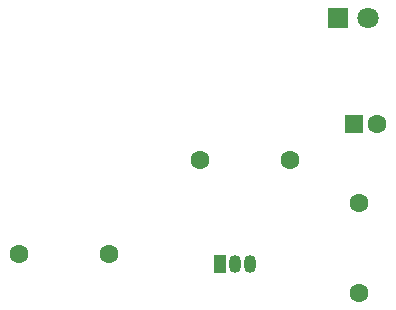
<source format=gbr>
%TF.GenerationSoftware,KiCad,Pcbnew,9.0.2*%
%TF.CreationDate,2025-06-20T16:54:22+05:30*%
%TF.ProjectId,FlashDot,466c6173-6844-46f7-942e-6b696361645f,rev?*%
%TF.SameCoordinates,Original*%
%TF.FileFunction,Copper,L2,Bot*%
%TF.FilePolarity,Positive*%
%FSLAX46Y46*%
G04 Gerber Fmt 4.6, Leading zero omitted, Abs format (unit mm)*
G04 Created by KiCad (PCBNEW 9.0.2) date 2025-06-20 16:54:22*
%MOMM*%
%LPD*%
G01*
G04 APERTURE LIST*
G04 Aperture macros list*
%AMRoundRect*
0 Rectangle with rounded corners*
0 $1 Rounding radius*
0 $2 $3 $4 $5 $6 $7 $8 $9 X,Y pos of 4 corners*
0 Add a 4 corners polygon primitive as box body*
4,1,4,$2,$3,$4,$5,$6,$7,$8,$9,$2,$3,0*
0 Add four circle primitives for the rounded corners*
1,1,$1+$1,$2,$3*
1,1,$1+$1,$4,$5*
1,1,$1+$1,$6,$7*
1,1,$1+$1,$8,$9*
0 Add four rect primitives between the rounded corners*
20,1,$1+$1,$2,$3,$4,$5,0*
20,1,$1+$1,$4,$5,$6,$7,0*
20,1,$1+$1,$6,$7,$8,$9,0*
20,1,$1+$1,$8,$9,$2,$3,0*%
G04 Aperture macros list end*
%TA.AperFunction,ComponentPad*%
%ADD10RoundRect,0.250000X-0.550000X-0.550000X0.550000X-0.550000X0.550000X0.550000X-0.550000X0.550000X0*%
%TD*%
%TA.AperFunction,ComponentPad*%
%ADD11C,1.600000*%
%TD*%
%TA.AperFunction,ComponentPad*%
%ADD12O,1.050000X1.500000*%
%TD*%
%TA.AperFunction,ComponentPad*%
%ADD13R,1.050000X1.500000*%
%TD*%
%TA.AperFunction,ComponentPad*%
%ADD14R,1.800000X1.800000*%
%TD*%
%TA.AperFunction,ComponentPad*%
%ADD15C,1.800000*%
%TD*%
G04 APERTURE END LIST*
D10*
%TO.P,C1,1*%
%TO.N,Net-(Q2-B)*%
X137544888Y-76500000D03*
D11*
%TO.P,C1,2*%
%TO.N,Net-(BT1--)*%
X139544888Y-76500000D03*
%TD*%
D12*
%TO.P,Q2,3,C*%
%TO.N,Net-(D1-K)*%
X128770000Y-88360000D03*
%TO.P,Q2,2,B*%
%TO.N,Net-(Q2-B)*%
X127500000Y-88360000D03*
D13*
%TO.P,Q2,1,E*%
%TO.N,Net-(BT1--)*%
X126230000Y-88360000D03*
%TD*%
D11*
%TO.P,R2,1*%
%TO.N,Net-(D1-A)*%
X138000000Y-83190000D03*
%TO.P,R2,2*%
%TO.N,Net-(BT1--)*%
X138000000Y-90810000D03*
%TD*%
%TO.P,R3,1*%
%TO.N,Net-(Q2-B)*%
X116800000Y-87500000D03*
%TO.P,R3,2*%
%TO.N,Net-(BT1-+)*%
X109200000Y-87500000D03*
%TD*%
%TO.P,R1,2*%
%TO.N,Net-(Q2-B)*%
X132120000Y-79500000D03*
%TO.P,R1,1*%
%TO.N,Net-(BT1--)*%
X124500000Y-79500000D03*
%TD*%
D14*
%TO.P,D1,1,K*%
%TO.N,Net-(D1-K)*%
X136225000Y-67500000D03*
D15*
%TO.P,D1,2,A*%
%TO.N,Net-(D1-A)*%
X138765000Y-67500000D03*
%TD*%
M02*

</source>
